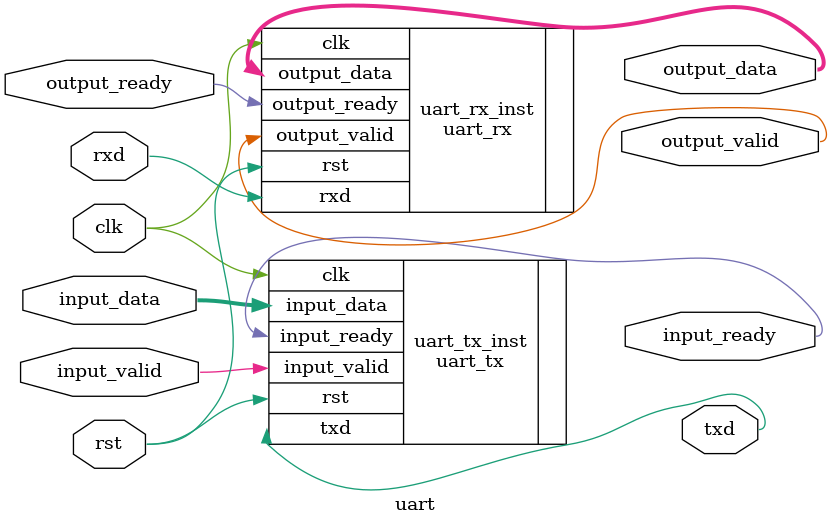
<source format=v>
/*
Copyright (c) 2014-2016 Alex Forencich
Permission is hereby granted, free of charge, to any person obtaining a copy
of this software and associated documentation files (the "Software"), to deal
in the Software without restriction, including without limitation the rights
to use, copy, modify, merge, publish, distribute, sublicense, and/or sell
copies of the Software, and to permit persons to whom the Software is
furnished to do so, subject to the following conditions:
The above copyright notice and this permission notice shall be included in
all copies or substantial portions of the Software.
THE SOFTWARE IS PROVIDED "AS IS", WITHOUT WARRANTY OF ANY KIND, EXPRESS OR
IMPLIED, INCLUDING BUT NOT LIMITED TO THE WARRANTIES OF MERCHANTABILITY
FITNESS FOR A PARTICULAR PURPOSE AND NONINFRINGEMENT. IN NO EVENT SHALL THE
AUTHORS OR COPYRIGHT HOLDERS BE LIABLE FOR ANY CLAIM, DAMAGES OR OTHER
LIABILITY, WHETHER IN AN ACTION OF CONTRACT, TORT OR OTHERWISE, ARISING FROM,
OUT OF OR IN CONNECTION WITH THE SOFTWARE OR THE USE OR OTHER DEALINGS IN
THE SOFTWARE.
*/

// Language: Verilog 2001

`timescale 1ns / 1ps

/*
 * AXI4-Stream UART
 */
module uart #
(
    parameter DATA_WIDTH = 8
)
(
    input  wire                   clk,
    input  wire                   rst,

    /*
     * Data input
     */
    input  wire [63:0]            input_data,
    input  wire                   input_valid,
    output wire                   input_ready,

    /*
     * Data output
     */
    output wire [63:0]          output_data,
    output wire                   output_valid,
    input  wire                   output_ready,

    /*
     * UART interface
     */
    input  wire                   rxd,
    output wire                   txd
);

uart_tx #(
    .DATA_WIDTH(DATA_WIDTH)
)
uart_tx_inst (
    .clk(clk),
    .rst(rst),
    //Data input
    .input_data(input_data),
    .input_valid(input_valid),
    .input_ready(input_ready),
    // output
    .txd(txd)
);

uart_rx #(
    .DATA_WIDTH(DATA_WIDTH)
)
uart_rx_inst (
    .clk(clk),
    .rst(rst),
    // Data output
    .output_data(output_data),
    .output_valid(output_valid),
    .output_ready(output_ready),
    // input
    .rxd(rxd)
);

endmodule
</source>
